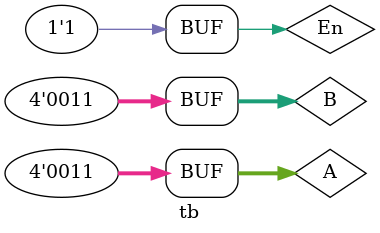
<source format=v>
module comparator(
  input wire [3:0] A, B,
  input wire En,
  output wire GT, EQ, LT
);
  assign GT = (En == 1) ? (A>B) : 0;
  assign EQ = (En == 1) ? (A==B) : 0;
  assign LT = (En == 1) ? (A<B) : 0;
endmodule
//tb
module tb;
  reg [3:0] A, B;
  reg En;
  wire GT, EQ, LT;
  
  comparator u_comparator(A, B, En, GT, EQ, LT);
  
  initial begin
    En = 0;
    A = 4'b0001; B = 4'b0011;
    #5;
    A = 4'b0101; B = 4'b0011;
    #5;
    A = 4'b1001; B = 4'b0010;
    #5;
    A = 4'b0011; B = 4'b0011;
    #5;
    En = 1;
    A = 4'b0001; B = 4'b0011;
    #5;
    A = 4'b0101; B = 4'b0011;
    #5;
    A = 4'b1001; B = 4'b0010;
    #5;
    A = 4'b0011; B = 4'b0011;
    #5;
  end
  
  initial begin
    $dumpfile("a.vcd");
    $dumpvars(0, tb);
  end
endmodule

</source>
